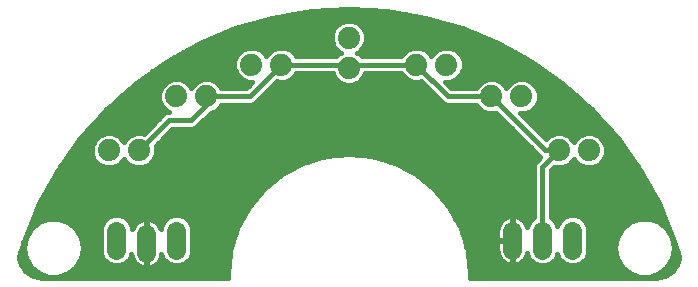
<source format=gtl>
G75*
%MOIN*%
%OFA0B0*%
%FSLAX24Y24*%
%IPPOS*%
%LPD*%
%AMOC8*
5,1,8,0,0,1.08239X$1,22.5*
%
%ADD10C,0.0740*%
%ADD11C,0.0640*%
%ADD12C,0.0160*%
D10*
X003430Y004680D03*
X004430Y004680D03*
X005680Y006480D03*
X006680Y006480D03*
X008180Y007530D03*
X009180Y007530D03*
X011430Y007430D03*
X011430Y008430D03*
X013680Y007530D03*
X014680Y007530D03*
X016180Y006480D03*
X017180Y006480D03*
X018430Y004680D03*
X019430Y004680D03*
D11*
X018880Y002000D02*
X018880Y001360D01*
X017880Y001360D02*
X017880Y002000D01*
X016880Y002000D02*
X016880Y001360D01*
X005680Y001360D02*
X005680Y002000D01*
X004680Y001900D02*
X004680Y001260D01*
X003680Y001360D02*
X003680Y002000D01*
D12*
X001289Y000497D02*
X000885Y000497D01*
X000840Y000512D02*
X000650Y000650D01*
X000512Y000840D01*
X000439Y001063D01*
X000432Y001149D01*
X000616Y001723D01*
X001108Y002909D01*
X001730Y004033D01*
X002474Y005080D01*
X003330Y006037D01*
X004288Y006893D01*
X005336Y007635D01*
X006460Y008256D01*
X007647Y008748D01*
X008881Y009103D01*
X010148Y009318D01*
X011430Y009390D01*
X012712Y009318D01*
X013979Y009103D01*
X015213Y008748D01*
X016400Y008256D01*
X017524Y007635D01*
X018572Y006893D01*
X019530Y006037D01*
X020386Y005080D01*
X021130Y004033D01*
X021752Y002909D01*
X022244Y001723D01*
X022428Y001149D01*
X022421Y001063D01*
X022348Y000840D01*
X022210Y000650D01*
X022020Y000512D01*
X021797Y000439D01*
X021680Y000430D01*
X015454Y000430D01*
X015465Y000549D01*
X015382Y001333D01*
X015149Y002085D01*
X014775Y002777D01*
X014273Y003384D01*
X013663Y003882D01*
X013663Y003882D01*
X012967Y004251D01*
X012214Y004479D01*
X012214Y004479D01*
X011430Y004556D01*
X010646Y004479D01*
X009893Y004251D01*
X009893Y004251D01*
X009197Y003882D01*
X008587Y003384D01*
X008587Y003384D01*
X008587Y003384D01*
X008085Y002777D01*
X007711Y002085D01*
X007711Y002085D01*
X007478Y001333D01*
X007478Y001333D01*
X007395Y000549D01*
X007406Y000430D01*
X001180Y000430D01*
X001063Y000439D01*
X000840Y000512D01*
X000983Y000656D02*
X000645Y000656D01*
X000530Y000814D02*
X000808Y000814D01*
X000820Y000792D02*
X000820Y000792D01*
X001083Y000572D01*
X001404Y000455D01*
X001623Y000455D01*
X001746Y000455D01*
X001746Y000455D01*
X002067Y000572D01*
X002067Y000572D01*
X002330Y000792D01*
X002501Y001088D01*
X002560Y001425D01*
X002501Y001762D01*
X002330Y002058D01*
X002067Y002278D01*
X001746Y002395D01*
X001404Y002395D01*
X001083Y002278D01*
X001083Y002278D01*
X000820Y002058D01*
X000649Y001762D01*
X000649Y001762D01*
X000590Y001425D01*
X000649Y001088D01*
X000820Y000792D01*
X000716Y000973D02*
X000469Y000973D01*
X000434Y001131D02*
X000642Y001131D01*
X000649Y001088D02*
X000649Y001088D01*
X000614Y001290D02*
X000477Y001290D01*
X000528Y001448D02*
X000594Y001448D01*
X000590Y001425D02*
X000590Y001425D01*
X000579Y001607D02*
X000622Y001607D01*
X000633Y001765D02*
X000651Y001765D01*
X000699Y001924D02*
X000743Y001924D01*
X000820Y002058D02*
X000820Y002058D01*
X000820Y002058D01*
X000849Y002082D02*
X000765Y002082D01*
X000831Y002241D02*
X001038Y002241D01*
X000896Y002399D02*
X003344Y002399D01*
X003385Y002441D02*
X003239Y002295D01*
X003160Y002103D01*
X003160Y001257D01*
X003239Y001065D01*
X003385Y000919D01*
X003577Y000840D01*
X003783Y000840D01*
X003975Y000919D01*
X004121Y001065D01*
X004181Y001212D01*
X004192Y001143D01*
X004217Y001068D01*
X004252Y000998D01*
X004299Y000934D01*
X004354Y000879D01*
X004418Y000832D01*
X004488Y000797D01*
X004563Y000772D01*
X004641Y000760D01*
X004660Y000760D01*
X004660Y001560D01*
X004700Y001560D01*
X004700Y000760D01*
X004719Y000760D01*
X004797Y000772D01*
X004872Y000797D01*
X004942Y000832D01*
X005006Y000879D01*
X005061Y000934D01*
X005108Y000998D01*
X005143Y001068D01*
X005168Y001143D01*
X005179Y001212D01*
X005239Y001065D01*
X005385Y000919D01*
X005577Y000840D01*
X005783Y000840D01*
X005975Y000919D01*
X006121Y001065D01*
X006200Y001257D01*
X006200Y002103D01*
X006121Y002295D01*
X005975Y002441D01*
X005783Y002520D01*
X005577Y002520D01*
X005385Y002441D01*
X005239Y002295D01*
X005160Y002103D01*
X005160Y002041D01*
X005143Y002092D01*
X005108Y002162D01*
X005061Y002226D01*
X005006Y002281D01*
X004942Y002328D01*
X004872Y002363D01*
X004797Y002388D01*
X004719Y002400D01*
X004700Y002400D01*
X004700Y001600D01*
X004660Y001600D01*
X004660Y002400D01*
X004641Y002400D01*
X004563Y002388D01*
X004488Y002363D01*
X004418Y002328D01*
X004354Y002281D01*
X004299Y002226D01*
X004252Y002162D01*
X004217Y002092D01*
X004200Y002041D01*
X004200Y002103D01*
X004121Y002295D01*
X003975Y002441D01*
X003783Y002520D01*
X003577Y002520D01*
X003385Y002441D01*
X003217Y002241D02*
X002112Y002241D01*
X002067Y002278D02*
X002067Y002278D01*
X002301Y002082D02*
X003160Y002082D01*
X003160Y001924D02*
X002407Y001924D01*
X002330Y002058D02*
X002330Y002058D01*
X002499Y001765D02*
X003160Y001765D01*
X003160Y001607D02*
X002528Y001607D01*
X002501Y001762D02*
X002501Y001762D01*
X002556Y001448D02*
X003160Y001448D01*
X003160Y001290D02*
X002536Y001290D01*
X002560Y001425D02*
X002560Y001425D01*
X002508Y001131D02*
X003212Y001131D01*
X003332Y000973D02*
X002434Y000973D01*
X002501Y001088D02*
X002501Y001088D01*
X002342Y000814D02*
X004454Y000814D01*
X004660Y000814D02*
X004700Y000814D01*
X004700Y000973D02*
X004660Y000973D01*
X004660Y001131D02*
X004700Y001131D01*
X004700Y001290D02*
X004660Y001290D01*
X004660Y001448D02*
X004700Y001448D01*
X004680Y001580D02*
X004680Y002680D01*
X007680Y005680D01*
X014180Y005680D01*
X016880Y002980D01*
X016880Y001680D01*
X016900Y001700D02*
X016860Y001700D01*
X016860Y002500D01*
X016841Y002500D01*
X016763Y002488D01*
X016688Y002463D01*
X016618Y002428D01*
X016554Y002381D01*
X016499Y002326D01*
X016452Y002262D01*
X016417Y002192D01*
X016392Y002117D01*
X016380Y002039D01*
X016380Y001700D01*
X016860Y001700D01*
X016860Y001660D01*
X016900Y001660D01*
X016900Y000860D01*
X016919Y000860D01*
X016997Y000872D01*
X017072Y000897D01*
X017142Y000932D01*
X017206Y000979D01*
X017261Y001034D01*
X017308Y001098D01*
X017343Y001168D01*
X017367Y001240D01*
X017439Y001065D01*
X017585Y000919D01*
X017777Y000840D01*
X017983Y000840D01*
X018175Y000919D01*
X018321Y001065D01*
X018380Y001208D01*
X018439Y001065D01*
X018585Y000919D01*
X018777Y000840D01*
X018983Y000840D01*
X019175Y000919D01*
X019321Y001065D01*
X019400Y001257D01*
X019400Y002103D01*
X019321Y002295D01*
X019175Y002441D01*
X018983Y002520D01*
X018777Y002520D01*
X018585Y002441D01*
X018439Y002295D01*
X018380Y002152D01*
X018321Y002295D01*
X018175Y002441D01*
X018160Y002447D01*
X018160Y004014D01*
X018274Y004128D01*
X018317Y004110D01*
X018543Y004110D01*
X018753Y004197D01*
X018913Y004357D01*
X018930Y004398D01*
X018947Y004357D01*
X019107Y004197D01*
X019317Y004110D01*
X019543Y004110D01*
X019753Y004197D01*
X019913Y004357D01*
X020000Y004567D01*
X020000Y004793D01*
X019913Y005003D01*
X019753Y005163D01*
X019543Y005250D01*
X019317Y005250D01*
X019107Y005163D01*
X018947Y005003D01*
X018930Y004962D01*
X018913Y005003D01*
X018753Y005163D01*
X018543Y005250D01*
X018317Y005250D01*
X018107Y005163D01*
X018000Y005056D01*
X017146Y005910D01*
X017293Y005910D01*
X017503Y005997D01*
X017663Y006157D01*
X017750Y006367D01*
X017750Y006593D01*
X017663Y006803D01*
X017503Y006963D01*
X017293Y007050D01*
X017067Y007050D01*
X016857Y006963D01*
X016697Y006803D01*
X016680Y006762D01*
X016663Y006803D01*
X016503Y006963D01*
X016293Y007050D01*
X016067Y007050D01*
X015857Y006963D01*
X015697Y006803D01*
X015679Y006760D01*
X014846Y006760D01*
X014646Y006960D01*
X014793Y006960D01*
X015003Y007047D01*
X015163Y007207D01*
X015250Y007417D01*
X015250Y007643D01*
X015163Y007853D01*
X015003Y008013D01*
X014793Y008100D01*
X014567Y008100D01*
X014357Y008013D01*
X014197Y007853D01*
X014180Y007812D01*
X014163Y007853D01*
X014003Y008013D01*
X013793Y008100D01*
X013567Y008100D01*
X013357Y008013D01*
X013197Y007853D01*
X013179Y007810D01*
X011856Y007810D01*
X011753Y007913D01*
X011712Y007930D01*
X011753Y007947D01*
X011913Y008107D01*
X012000Y008317D01*
X012000Y008543D01*
X011913Y008753D01*
X011753Y008913D01*
X011543Y009000D01*
X011317Y009000D01*
X011107Y008913D01*
X010947Y008753D01*
X010860Y008543D01*
X010860Y008317D01*
X010947Y008107D01*
X011107Y007947D01*
X011148Y007930D01*
X011107Y007913D01*
X011004Y007810D01*
X009681Y007810D01*
X009663Y007853D01*
X009503Y008013D01*
X009293Y008100D01*
X009067Y008100D01*
X008857Y008013D01*
X008697Y007853D01*
X008680Y007812D01*
X008663Y007853D01*
X008503Y008013D01*
X008293Y008100D01*
X008067Y008100D01*
X007857Y008013D01*
X007697Y007853D01*
X007610Y007643D01*
X007610Y007417D01*
X007697Y007207D01*
X007857Y007047D01*
X008067Y006960D01*
X008214Y006960D01*
X008014Y006760D01*
X007181Y006760D01*
X007163Y006803D01*
X007003Y006963D01*
X006793Y007050D01*
X006567Y007050D01*
X006357Y006963D01*
X006197Y006803D01*
X006180Y006762D01*
X006163Y006803D01*
X006003Y006963D01*
X005793Y007050D01*
X005567Y007050D01*
X005357Y006963D01*
X005197Y006803D01*
X005110Y006593D01*
X005110Y006367D01*
X005197Y006157D01*
X005357Y005997D01*
X005446Y005960D01*
X005374Y005960D01*
X005271Y005917D01*
X005193Y005839D01*
X004586Y005232D01*
X004543Y005250D01*
X004317Y005250D01*
X004107Y005163D01*
X003947Y005003D01*
X003930Y004962D01*
X003913Y005003D01*
X003753Y005163D01*
X003543Y005250D01*
X003317Y005250D01*
X003107Y005163D01*
X002947Y005003D01*
X002860Y004793D01*
X002860Y004567D01*
X002947Y004357D01*
X003107Y004197D01*
X003317Y004110D01*
X003543Y004110D01*
X003753Y004197D01*
X003913Y004357D01*
X003930Y004398D01*
X003947Y004357D01*
X004107Y004197D01*
X004317Y004110D01*
X004543Y004110D01*
X004753Y004197D01*
X004913Y004357D01*
X005000Y004567D01*
X005000Y004793D01*
X004982Y004836D01*
X005546Y005400D01*
X006236Y005400D01*
X006339Y005443D01*
X006815Y005919D01*
X007003Y005997D01*
X007163Y006157D01*
X007181Y006200D01*
X008186Y006200D01*
X008289Y006243D01*
X009024Y006978D01*
X009067Y006960D01*
X009293Y006960D01*
X009503Y007047D01*
X009663Y007207D01*
X009681Y007250D01*
X010888Y007250D01*
X010947Y007107D01*
X011107Y006947D01*
X011317Y006860D01*
X011543Y006860D01*
X011753Y006947D01*
X011913Y007107D01*
X011972Y007250D01*
X013179Y007250D01*
X013197Y007207D01*
X013357Y007047D01*
X013567Y006960D01*
X013793Y006960D01*
X013836Y006978D01*
X014571Y006243D01*
X014674Y006200D01*
X015679Y006200D01*
X015697Y006157D01*
X015857Y005997D01*
X016067Y005910D01*
X016293Y005910D01*
X016336Y005928D01*
X017743Y004521D01*
X017809Y004455D01*
X017721Y004367D01*
X017643Y004289D01*
X017600Y004186D01*
X017600Y002447D01*
X017585Y002441D01*
X017439Y002295D01*
X017367Y002120D01*
X017343Y002192D01*
X017308Y002262D01*
X017261Y002326D01*
X017206Y002381D01*
X017142Y002428D01*
X017072Y002463D01*
X016997Y002488D01*
X016919Y002500D01*
X016900Y002500D01*
X016900Y001700D01*
X016860Y001660D02*
X016860Y000860D01*
X016841Y000860D01*
X016763Y000872D01*
X016688Y000897D01*
X016618Y000932D01*
X016554Y000979D01*
X016499Y001034D01*
X016452Y001098D01*
X016417Y001168D01*
X016392Y001243D01*
X016380Y001321D01*
X016380Y001660D01*
X016860Y001660D01*
X016860Y001607D02*
X016900Y001607D01*
X016900Y001765D02*
X016860Y001765D01*
X016860Y001924D02*
X016900Y001924D01*
X016900Y002082D02*
X016860Y002082D01*
X016860Y002241D02*
X016900Y002241D01*
X016900Y002399D02*
X016860Y002399D01*
X016579Y002399D02*
X014979Y002399D01*
X014894Y002558D02*
X017600Y002558D01*
X017600Y002716D02*
X014808Y002716D01*
X014694Y002875D02*
X017600Y002875D01*
X017600Y003033D02*
X014563Y003033D01*
X014432Y003192D02*
X017600Y003192D01*
X017600Y003350D02*
X014301Y003350D01*
X014273Y003384D02*
X014273Y003384D01*
X014120Y003509D02*
X017600Y003509D01*
X017600Y003667D02*
X013926Y003667D01*
X013731Y003826D02*
X017600Y003826D01*
X017600Y003984D02*
X013470Y003984D01*
X013172Y004143D02*
X017600Y004143D01*
X017655Y004301D02*
X012803Y004301D01*
X012967Y004251D02*
X012967Y004251D01*
X012278Y004460D02*
X017805Y004460D01*
X017646Y004618D02*
X005000Y004618D01*
X005000Y004777D02*
X017488Y004777D01*
X017329Y004935D02*
X005081Y004935D01*
X005239Y005094D02*
X017171Y005094D01*
X017012Y005252D02*
X005398Y005252D01*
X004923Y005569D02*
X002911Y005569D01*
X003053Y005728D02*
X005082Y005728D01*
X005240Y005886D02*
X003195Y005886D01*
X003338Y006045D02*
X005309Y006045D01*
X005178Y006203D02*
X003516Y006203D01*
X003693Y006362D02*
X005112Y006362D01*
X005110Y006520D02*
X003871Y006520D01*
X004048Y006679D02*
X005145Y006679D01*
X005231Y006837D02*
X004226Y006837D01*
X004433Y006996D02*
X005435Y006996D01*
X005925Y006996D02*
X006435Y006996D01*
X006231Y006837D02*
X006129Y006837D01*
X006680Y006480D02*
X006680Y006180D01*
X006180Y005680D01*
X005430Y005680D01*
X004430Y004680D01*
X004956Y004460D02*
X010582Y004460D01*
X010646Y004479D02*
X010646Y004479D01*
X010057Y004301D02*
X004857Y004301D01*
X004622Y004143D02*
X009688Y004143D01*
X009390Y003984D02*
X001703Y003984D01*
X001615Y003826D02*
X009129Y003826D01*
X009197Y003882D02*
X009197Y003882D01*
X008934Y003667D02*
X001528Y003667D01*
X001440Y003509D02*
X008740Y003509D01*
X008559Y003350D02*
X001352Y003350D01*
X001264Y003192D02*
X008428Y003192D01*
X008297Y003033D02*
X001177Y003033D01*
X001094Y002875D02*
X008166Y002875D01*
X008085Y002777D02*
X008085Y002777D01*
X008052Y002716D02*
X001028Y002716D01*
X000962Y002558D02*
X007966Y002558D01*
X007881Y002399D02*
X006016Y002399D01*
X006143Y002241D02*
X007795Y002241D01*
X007710Y002082D02*
X006200Y002082D01*
X006200Y001924D02*
X007661Y001924D01*
X007612Y001765D02*
X006200Y001765D01*
X006200Y001607D02*
X007563Y001607D01*
X007514Y001448D02*
X006200Y001448D01*
X006200Y001290D02*
X007473Y001290D01*
X007457Y001131D02*
X006148Y001131D01*
X006028Y000973D02*
X007440Y000973D01*
X007423Y000814D02*
X004906Y000814D01*
X005089Y000973D02*
X005332Y000973D01*
X005212Y001131D02*
X005164Y001131D01*
X004700Y001607D02*
X004660Y001607D01*
X004660Y001765D02*
X004700Y001765D01*
X004700Y001924D02*
X004660Y001924D01*
X004660Y002082D02*
X004700Y002082D01*
X004700Y002241D02*
X004660Y002241D01*
X004660Y002399D02*
X004700Y002399D01*
X004726Y002399D02*
X005344Y002399D01*
X005217Y002241D02*
X005047Y002241D01*
X005147Y002082D02*
X005160Y002082D01*
X004634Y002399D02*
X004016Y002399D01*
X004143Y002241D02*
X004313Y002241D01*
X004213Y002082D02*
X004200Y002082D01*
X004196Y001131D02*
X004148Y001131D01*
X004028Y000973D02*
X004271Y000973D01*
X002330Y000792D02*
X002330Y000792D01*
X002330Y000792D01*
X002167Y000656D02*
X007407Y000656D01*
X007395Y000549D02*
X007395Y000549D01*
X007400Y000497D02*
X001861Y000497D01*
X001083Y000572D02*
X001083Y000572D01*
X001808Y004143D02*
X003238Y004143D01*
X003622Y004143D02*
X004238Y004143D01*
X004003Y004301D02*
X003857Y004301D01*
X003003Y004301D02*
X001921Y004301D01*
X002033Y004460D02*
X002904Y004460D01*
X002860Y004618D02*
X002146Y004618D01*
X002258Y004777D02*
X002860Y004777D01*
X002919Y004935D02*
X002371Y004935D01*
X002486Y005094D02*
X003037Y005094D01*
X002770Y005411D02*
X004765Y005411D01*
X004606Y005252D02*
X002628Y005252D01*
X003823Y005094D02*
X004037Y005094D01*
X006261Y005411D02*
X016854Y005411D01*
X016695Y005569D02*
X006465Y005569D01*
X006623Y005728D02*
X016537Y005728D01*
X016378Y005886D02*
X006782Y005886D01*
X007051Y006045D02*
X015809Y006045D01*
X016180Y006480D02*
X017980Y004680D01*
X018430Y004680D01*
X017880Y004130D01*
X017880Y001680D01*
X017417Y002241D02*
X017319Y002241D01*
X017181Y002399D02*
X017544Y002399D01*
X018160Y002558D02*
X021898Y002558D01*
X021832Y002716D02*
X018160Y002716D01*
X018160Y002875D02*
X021766Y002875D01*
X021683Y003033D02*
X018160Y003033D01*
X018160Y003192D02*
X021596Y003192D01*
X021508Y003350D02*
X018160Y003350D01*
X018160Y003509D02*
X021420Y003509D01*
X021332Y003667D02*
X018160Y003667D01*
X018160Y003826D02*
X021245Y003826D01*
X021157Y003984D02*
X018160Y003984D01*
X018622Y004143D02*
X019238Y004143D01*
X019622Y004143D02*
X021052Y004143D01*
X020939Y004301D02*
X019857Y004301D01*
X019956Y004460D02*
X020827Y004460D01*
X020714Y004618D02*
X020000Y004618D01*
X020000Y004777D02*
X020602Y004777D01*
X020489Y004935D02*
X019941Y004935D01*
X019823Y005094D02*
X020374Y005094D01*
X020232Y005252D02*
X017804Y005252D01*
X017962Y005094D02*
X018037Y005094D01*
X017645Y005411D02*
X020090Y005411D01*
X019949Y005569D02*
X017487Y005569D01*
X017328Y005728D02*
X019807Y005728D01*
X019665Y005886D02*
X017170Y005886D01*
X017551Y006045D02*
X019522Y006045D01*
X019344Y006203D02*
X017682Y006203D01*
X017748Y006362D02*
X019167Y006362D01*
X018989Y006520D02*
X017750Y006520D01*
X017715Y006679D02*
X018812Y006679D01*
X018634Y006837D02*
X017629Y006837D01*
X017425Y006996D02*
X018427Y006996D01*
X018203Y007154D02*
X015110Y007154D01*
X015207Y007313D02*
X017979Y007313D01*
X017756Y007471D02*
X015250Y007471D01*
X015250Y007630D02*
X017532Y007630D01*
X017248Y007788D02*
X015190Y007788D01*
X015070Y007947D02*
X016961Y007947D01*
X016674Y008105D02*
X011911Y008105D01*
X011978Y008264D02*
X016383Y008264D01*
X016000Y008422D02*
X012000Y008422D01*
X011985Y008581D02*
X015617Y008581D01*
X015234Y008739D02*
X011919Y008739D01*
X011769Y008898D02*
X014692Y008898D01*
X014142Y009056D02*
X008718Y009056D01*
X008168Y008898D02*
X011091Y008898D01*
X010941Y008739D02*
X007626Y008739D01*
X007243Y008581D02*
X010875Y008581D01*
X010860Y008422D02*
X006860Y008422D01*
X006477Y008264D02*
X010882Y008264D01*
X010949Y008105D02*
X006186Y008105D01*
X005899Y007947D02*
X007790Y007947D01*
X007670Y007788D02*
X005612Y007788D01*
X005328Y007630D02*
X007610Y007630D01*
X007610Y007471D02*
X005104Y007471D01*
X004881Y007313D02*
X007653Y007313D01*
X007750Y007154D02*
X004657Y007154D01*
X006680Y006480D02*
X008130Y006480D01*
X009180Y007530D01*
X011330Y007530D01*
X011430Y007430D01*
X011530Y007530D01*
X013680Y007530D01*
X014730Y006480D01*
X016180Y006480D01*
X016629Y006837D02*
X016731Y006837D01*
X016935Y006996D02*
X016425Y006996D01*
X015935Y006996D02*
X014879Y006996D01*
X014769Y006837D02*
X015731Y006837D01*
X014667Y006203D02*
X008193Y006203D01*
X008407Y006362D02*
X014453Y006362D01*
X014294Y006520D02*
X008566Y006520D01*
X008724Y006679D02*
X014136Y006679D01*
X013977Y006837D02*
X008883Y006837D01*
X009379Y006996D02*
X011058Y006996D01*
X010927Y007154D02*
X009610Y007154D01*
X009570Y007947D02*
X011108Y007947D01*
X011752Y007947D02*
X013290Y007947D01*
X014070Y007947D02*
X014290Y007947D01*
X013250Y007154D02*
X011933Y007154D01*
X011802Y006996D02*
X013481Y006996D01*
X013322Y009215D02*
X009538Y009215D01*
X011127Y009373D02*
X011733Y009373D01*
X008790Y007947D02*
X008570Y007947D01*
X007981Y006996D02*
X006925Y006996D01*
X007129Y006837D02*
X008091Y006837D01*
X011430Y004556D02*
X011430Y004556D01*
X015065Y002241D02*
X016441Y002241D01*
X016387Y002082D02*
X015150Y002082D01*
X015199Y001924D02*
X016380Y001924D01*
X016380Y001765D02*
X015248Y001765D01*
X015297Y001607D02*
X016380Y001607D01*
X016380Y001448D02*
X015346Y001448D01*
X015387Y001290D02*
X016385Y001290D01*
X016436Y001131D02*
X015403Y001131D01*
X015420Y000973D02*
X016563Y000973D01*
X016860Y000973D02*
X016900Y000973D01*
X016900Y001131D02*
X016860Y001131D01*
X016860Y001290D02*
X016900Y001290D01*
X016900Y001448D02*
X016860Y001448D01*
X017324Y001131D02*
X017412Y001131D01*
X017532Y000973D02*
X017197Y000973D01*
X018228Y000973D02*
X018532Y000973D01*
X018412Y001131D02*
X018348Y001131D01*
X019228Y000973D02*
X020424Y000973D01*
X020354Y001093D02*
X020525Y000797D01*
X020788Y000577D01*
X021109Y000460D01*
X021232Y000460D01*
X021451Y000460D01*
X021772Y000577D01*
X021772Y000577D01*
X022035Y000797D01*
X022206Y001093D01*
X022265Y001430D01*
X022206Y001767D01*
X022035Y002063D01*
X021772Y002283D01*
X021451Y002400D01*
X021109Y002400D01*
X020788Y002283D01*
X020788Y002283D01*
X020525Y002063D01*
X020354Y001767D01*
X020295Y001430D01*
X020354Y001093D01*
X020348Y001131D02*
X019348Y001131D01*
X019400Y001290D02*
X020320Y001290D01*
X020298Y001448D02*
X019400Y001448D01*
X019400Y001607D02*
X020326Y001607D01*
X020354Y001765D02*
X019400Y001765D01*
X019400Y001924D02*
X020445Y001924D01*
X020525Y002063D02*
X020525Y002063D01*
X020525Y002063D01*
X020548Y002082D02*
X019400Y002082D01*
X019343Y002241D02*
X020737Y002241D01*
X021106Y002399D02*
X019216Y002399D01*
X018544Y002399D02*
X018216Y002399D01*
X018343Y002241D02*
X018417Y002241D01*
X020516Y000814D02*
X015437Y000814D01*
X015453Y000656D02*
X020694Y000656D01*
X020788Y000577D02*
X020788Y000577D01*
X021007Y000497D02*
X015460Y000497D01*
X020525Y000797D02*
X020525Y000797D01*
X021553Y000497D02*
X021975Y000497D01*
X021866Y000656D02*
X022215Y000656D01*
X022330Y000814D02*
X022044Y000814D01*
X022035Y000797D02*
X022035Y000797D01*
X022035Y000797D01*
X022136Y000973D02*
X022391Y000973D01*
X022426Y001131D02*
X022212Y001131D01*
X022206Y001093D02*
X022206Y001093D01*
X022240Y001290D02*
X022383Y001290D01*
X022332Y001448D02*
X022262Y001448D01*
X022265Y001430D02*
X022265Y001430D01*
X022281Y001607D02*
X022234Y001607D01*
X022227Y001765D02*
X022206Y001765D01*
X022206Y001767D02*
X022206Y001767D01*
X022161Y001924D02*
X022115Y001924D01*
X022095Y002082D02*
X022012Y002082D01*
X022035Y002063D02*
X022035Y002063D01*
X022029Y002241D02*
X021823Y002241D01*
X021772Y002283D02*
X021772Y002283D01*
X021964Y002399D02*
X021454Y002399D01*
X019003Y004301D02*
X018857Y004301D01*
X018823Y005094D02*
X019037Y005094D01*
M02*

</source>
